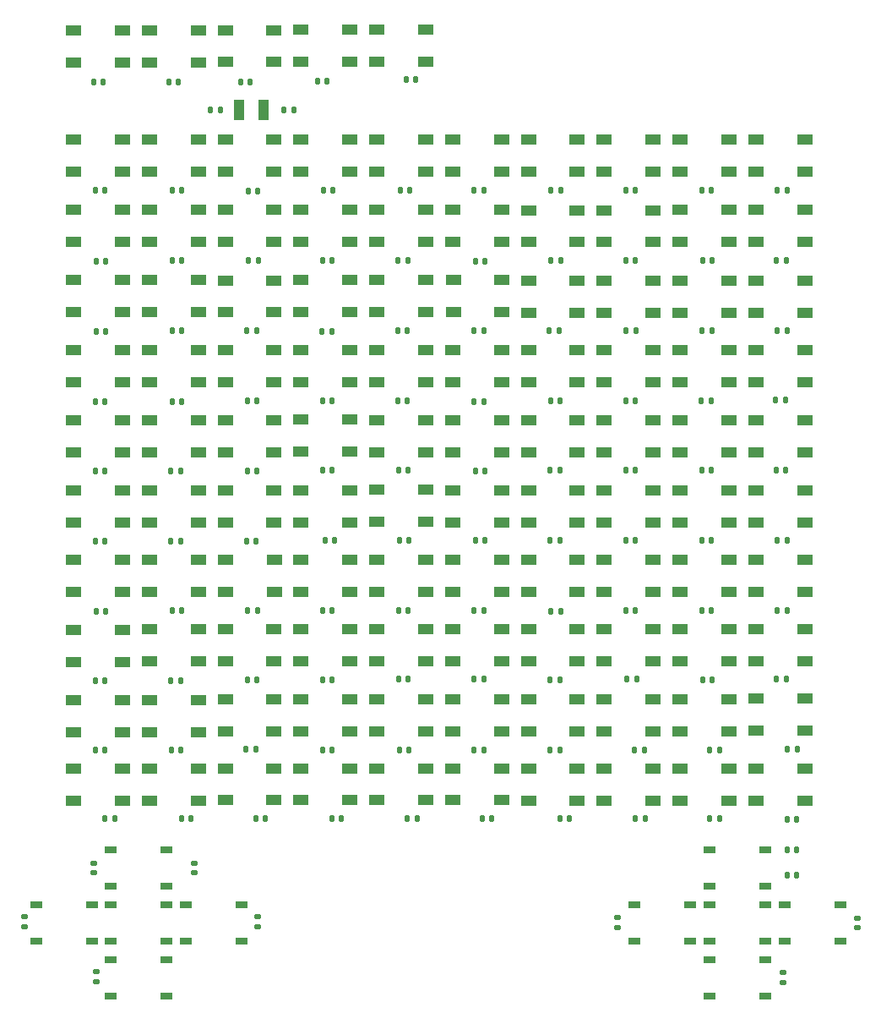
<source format=gtp>
G04 #@! TF.GenerationSoftware,KiCad,Pcbnew,6.0.2+dfsg-1*
G04 #@! TF.CreationDate,2023-02-17T05:59:19+01:00*
G04 #@! TF.ProjectId,LED,4c45442e-6b69-4636-9164-5f7063625858,rev?*
G04 #@! TF.SameCoordinates,Original*
G04 #@! TF.FileFunction,Paste,Top*
G04 #@! TF.FilePolarity,Positive*
%FSLAX46Y46*%
G04 Gerber Fmt 4.6, Leading zero omitted, Abs format (unit mm)*
G04 Created by KiCad (PCBNEW 6.0.2+dfsg-1) date 2023-02-17 05:59:19*
%MOMM*%
%LPD*%
G01*
G04 APERTURE LIST*
G04 Aperture macros list*
%AMRoundRect*
0 Rectangle with rounded corners*
0 $1 Rounding radius*
0 $2 $3 $4 $5 $6 $7 $8 $9 X,Y pos of 4 corners*
0 Add a 4 corners polygon primitive as box body*
4,1,4,$2,$3,$4,$5,$6,$7,$8,$9,$2,$3,0*
0 Add four circle primitives for the rounded corners*
1,1,$1+$1,$2,$3*
1,1,$1+$1,$4,$5*
1,1,$1+$1,$6,$7*
1,1,$1+$1,$8,$9*
0 Add four rect primitives between the rounded corners*
20,1,$1+$1,$2,$3,$4,$5,0*
20,1,$1+$1,$4,$5,$6,$7,0*
20,1,$1+$1,$6,$7,$8,$9,0*
20,1,$1+$1,$8,$9,$2,$3,0*%
G04 Aperture macros list end*
%ADD10RoundRect,0.140000X0.140000X0.170000X-0.140000X0.170000X-0.140000X-0.170000X0.140000X-0.170000X0*%
%ADD11RoundRect,0.140000X-0.170000X0.140000X-0.170000X-0.140000X0.170000X-0.140000X0.170000X0.140000X0*%
%ADD12R,1.500000X1.000000*%
%ADD13R,1.300000X0.700000*%
%ADD14RoundRect,0.135000X-0.135000X-0.185000X0.135000X-0.185000X0.135000X0.185000X-0.135000X0.185000X0*%
%ADD15R,1.000000X2.100000*%
G04 APERTURE END LIST*
D10*
G04 #@! TO.C,C8*
X122530000Y-55640000D03*
X121570000Y-55640000D03*
G04 #@! TD*
D11*
G04 #@! TO.C,C11*
X124075000Y-133880000D03*
X124075000Y-134840000D03*
G04 #@! TD*
G04 #@! TO.C,C12*
X130470000Y-139270000D03*
X130470000Y-140230000D03*
G04 #@! TD*
G04 #@! TO.C,C13*
X166560000Y-139365000D03*
X166560000Y-140325000D03*
G04 #@! TD*
G04 #@! TO.C,C14*
X190565000Y-139370000D03*
X190565000Y-140330000D03*
G04 #@! TD*
G04 #@! TO.C,C17*
X114250000Y-144770000D03*
X114250000Y-145730000D03*
G04 #@! TD*
G04 #@! TO.C,C18*
X183130000Y-144865000D03*
X183130000Y-145825000D03*
G04 #@! TD*
D10*
G04 #@! TO.C,C19*
X184510000Y-135130000D03*
X183550000Y-135130000D03*
G04 #@! TD*
G04 #@! TO.C,C20*
X184510000Y-132550000D03*
X183550000Y-132550000D03*
G04 #@! TD*
D12*
G04 #@! TO.C,D5*
X132100000Y-53676000D03*
X132100000Y-50476000D03*
X127200000Y-50476000D03*
X127200000Y-53676000D03*
G04 #@! TD*
G04 #@! TO.C,D6*
X139700000Y-53626000D03*
X139700000Y-50426000D03*
X134800000Y-50426000D03*
X134800000Y-53626000D03*
G04 #@! TD*
D13*
G04 #@! TO.C,SW2*
X121350000Y-141700000D03*
X115750000Y-141700000D03*
X115750000Y-138050000D03*
X121350000Y-138050000D03*
G04 #@! TD*
G04 #@! TO.C,SW8*
X121350000Y-147200000D03*
X115750000Y-147200000D03*
X115750000Y-143550000D03*
X121350000Y-143550000D03*
G04 #@! TD*
D10*
G04 #@! TO.C,C9*
X129710000Y-55640000D03*
X128750000Y-55640000D03*
G04 #@! TD*
D12*
G04 #@! TO.C,D3*
X116874000Y-53726000D03*
X116874000Y-50526000D03*
X111974000Y-50526000D03*
X111974000Y-53726000D03*
G04 #@! TD*
D10*
G04 #@! TO.C,C10*
X137430000Y-55560000D03*
X136470000Y-55560000D03*
G04 #@! TD*
D12*
G04 #@! TO.C,D4*
X124500000Y-53696000D03*
X124500000Y-50496000D03*
X119600000Y-50496000D03*
X119600000Y-53696000D03*
G04 #@! TD*
D10*
G04 #@! TO.C,C7*
X114990000Y-55640000D03*
X114030000Y-55640000D03*
G04 #@! TD*
D13*
G04 #@! TO.C,SW10*
X175750000Y-141700000D03*
X181350000Y-141700000D03*
X181350000Y-138050000D03*
X175750000Y-138050000D03*
G04 #@! TD*
G04 #@! TO.C,SW4*
X173850000Y-141700000D03*
X168250000Y-141700000D03*
X173850000Y-138050000D03*
X168250000Y-138050000D03*
G04 #@! TD*
D14*
G04 #@! TO.C,R5*
X125710000Y-58450000D03*
X126730000Y-58450000D03*
G04 #@! TD*
G04 #@! TO.C,R13*
X133110000Y-58450000D03*
X134130000Y-58450000D03*
G04 #@! TD*
D13*
G04 #@! TO.C,SW11*
X181350000Y-132550000D03*
X175750000Y-132550000D03*
X175750000Y-136200000D03*
X181350000Y-136200000D03*
G04 #@! TD*
D10*
G04 #@! TO.C,C31*
X115130000Y-66550000D03*
X114170000Y-66550000D03*
G04 #@! TD*
G04 #@! TO.C,C32*
X122830000Y-66530000D03*
X121870000Y-66530000D03*
G04 #@! TD*
G04 #@! TO.C,C33*
X130470000Y-66560000D03*
X129510000Y-66560000D03*
G04 #@! TD*
D12*
G04 #@! TO.C,D14*
X132100000Y-64633000D03*
X132100000Y-61433000D03*
X127200000Y-61433000D03*
X127200000Y-64633000D03*
G04 #@! TD*
D10*
G04 #@! TO.C,C34*
X138030000Y-66530000D03*
X137070000Y-66530000D03*
G04 #@! TD*
D12*
G04 #@! TO.C,D13*
X124500000Y-64650000D03*
X124500000Y-61450000D03*
X119600000Y-61450000D03*
X119600000Y-64650000D03*
G04 #@! TD*
G04 #@! TO.C,D15*
X139700000Y-64633000D03*
X139700000Y-61433000D03*
X134800000Y-61433000D03*
X134800000Y-64633000D03*
G04 #@! TD*
G04 #@! TO.C,D12*
X116907000Y-64633000D03*
X116907000Y-61433000D03*
X112007000Y-61433000D03*
X112007000Y-64633000D03*
G04 #@! TD*
G04 #@! TO.C,D110*
X170100000Y-127630000D03*
X170100000Y-124430000D03*
X165200000Y-124430000D03*
X165200000Y-127630000D03*
G04 #@! TD*
G04 #@! TO.C,D111*
X177700000Y-127630000D03*
X177700000Y-124430000D03*
X172800000Y-124430000D03*
X172800000Y-127630000D03*
G04 #@! TD*
G04 #@! TO.C,D108*
X154900000Y-127590000D03*
X154900000Y-124390000D03*
X150000000Y-124390000D03*
X150000000Y-127590000D03*
G04 #@! TD*
G04 #@! TO.C,D105*
X132100000Y-127590000D03*
X132100000Y-124390000D03*
X127200000Y-124390000D03*
X127200000Y-127590000D03*
G04 #@! TD*
G04 #@! TO.C,D106*
X139700000Y-127590000D03*
X139700000Y-124390000D03*
X134800000Y-124390000D03*
X134800000Y-127590000D03*
G04 #@! TD*
G04 #@! TO.C,D107*
X147300000Y-127590000D03*
X147300000Y-124390000D03*
X142400000Y-124390000D03*
X142400000Y-127590000D03*
G04 #@! TD*
G04 #@! TO.C,D109*
X162500000Y-127610000D03*
X162500000Y-124410000D03*
X157600000Y-124410000D03*
X157600000Y-127610000D03*
G04 #@! TD*
G04 #@! TO.C,D112*
X185300000Y-127630000D03*
X185300000Y-124430000D03*
X180400000Y-124430000D03*
X180400000Y-127630000D03*
G04 #@! TD*
D10*
G04 #@! TO.C,C21*
X183530000Y-66510000D03*
X182570000Y-66510000D03*
G04 #@! TD*
G04 #@! TO.C,C15*
X168330000Y-66550000D03*
X167370000Y-66550000D03*
G04 #@! TD*
G04 #@! TO.C,C6*
X160830000Y-66550000D03*
X159870000Y-66550000D03*
G04 #@! TD*
G04 #@! TO.C,C42*
X168330000Y-73550000D03*
X167370000Y-73550000D03*
G04 #@! TD*
G04 #@! TO.C,C35*
X115250000Y-73630000D03*
X114290000Y-73630000D03*
G04 #@! TD*
G04 #@! TO.C,C44*
X183430000Y-73550000D03*
X182470000Y-73550000D03*
G04 #@! TD*
G04 #@! TO.C,C37*
X130530000Y-73550000D03*
X129570000Y-73550000D03*
G04 #@! TD*
G04 #@! TO.C,C39*
X145510000Y-73550000D03*
X144550000Y-73550000D03*
G04 #@! TD*
G04 #@! TO.C,C40*
X153230000Y-73580000D03*
X152270000Y-73580000D03*
G04 #@! TD*
G04 #@! TO.C,C50*
X153110000Y-80550000D03*
X152150000Y-80550000D03*
G04 #@! TD*
G04 #@! TO.C,C41*
X160830000Y-73550000D03*
X159870000Y-73550000D03*
G04 #@! TD*
G04 #@! TO.C,C49*
X145480000Y-80550000D03*
X144520000Y-80550000D03*
G04 #@! TD*
G04 #@! TO.C,C3*
X153130000Y-66550000D03*
X152170000Y-66550000D03*
G04 #@! TD*
G04 #@! TO.C,C36*
X122830000Y-73530000D03*
X121870000Y-73530000D03*
G04 #@! TD*
G04 #@! TO.C,C38*
X137930000Y-73550000D03*
X136970000Y-73550000D03*
G04 #@! TD*
G04 #@! TO.C,C46*
X122830000Y-80550000D03*
X121870000Y-80550000D03*
G04 #@! TD*
G04 #@! TO.C,C47*
X130340000Y-80590000D03*
X129380000Y-80590000D03*
G04 #@! TD*
G04 #@! TO.C,C48*
X137880000Y-80630000D03*
X136920000Y-80630000D03*
G04 #@! TD*
G04 #@! TO.C,C2*
X145730000Y-66470000D03*
X144770000Y-66470000D03*
G04 #@! TD*
G04 #@! TO.C,C16*
X175930000Y-66540000D03*
X174970000Y-66540000D03*
G04 #@! TD*
G04 #@! TO.C,C45*
X115250000Y-80610000D03*
X114290000Y-80610000D03*
G04 #@! TD*
G04 #@! TO.C,C43*
X176030000Y-73550000D03*
X175070000Y-73550000D03*
G04 #@! TD*
G04 #@! TO.C,C76*
X122730000Y-101650000D03*
X121770000Y-101650000D03*
G04 #@! TD*
G04 #@! TO.C,C70*
X153230000Y-94580000D03*
X152270000Y-94580000D03*
G04 #@! TD*
G04 #@! TO.C,C67*
X130410000Y-94590000D03*
X129450000Y-94590000D03*
G04 #@! TD*
G04 #@! TO.C,C69*
X145530000Y-94550000D03*
X144570000Y-94550000D03*
G04 #@! TD*
G04 #@! TO.C,C79*
X145630000Y-101590000D03*
X144670000Y-101590000D03*
G04 #@! TD*
G04 #@! TO.C,C84*
X183530000Y-101550000D03*
X182570000Y-101550000D03*
G04 #@! TD*
G04 #@! TO.C,C81*
X160730000Y-101550000D03*
X159770000Y-101550000D03*
G04 #@! TD*
G04 #@! TO.C,C83*
X175930000Y-101550000D03*
X174970000Y-101550000D03*
G04 #@! TD*
G04 #@! TO.C,C86*
X122850000Y-108600000D03*
X121890000Y-108600000D03*
G04 #@! TD*
G04 #@! TO.C,C72*
X168330000Y-94550000D03*
X167370000Y-94550000D03*
G04 #@! TD*
G04 #@! TO.C,C68*
X137930000Y-94550000D03*
X136970000Y-94550000D03*
G04 #@! TD*
G04 #@! TO.C,C80*
X153230000Y-101580000D03*
X152270000Y-101580000D03*
G04 #@! TD*
G04 #@! TO.C,C62*
X168330000Y-87550000D03*
X167370000Y-87550000D03*
G04 #@! TD*
G04 #@! TO.C,C61*
X160810000Y-87550000D03*
X159850000Y-87550000D03*
G04 #@! TD*
G04 #@! TO.C,C51*
X160670000Y-80580000D03*
X159710000Y-80580000D03*
G04 #@! TD*
G04 #@! TO.C,C52*
X168360000Y-80570000D03*
X167400000Y-80570000D03*
G04 #@! TD*
G04 #@! TO.C,C53*
X175980000Y-80550000D03*
X175020000Y-80550000D03*
G04 #@! TD*
G04 #@! TO.C,C54*
X183530000Y-80550000D03*
X182570000Y-80550000D03*
G04 #@! TD*
G04 #@! TO.C,C66*
X122730000Y-94650000D03*
X121770000Y-94650000D03*
G04 #@! TD*
G04 #@! TO.C,C78*
X138160000Y-101570000D03*
X137200000Y-101570000D03*
G04 #@! TD*
G04 #@! TO.C,C73*
X175930000Y-94550000D03*
X174970000Y-94550000D03*
G04 #@! TD*
G04 #@! TO.C,C74*
X183410000Y-94550000D03*
X182450000Y-94550000D03*
G04 #@! TD*
G04 #@! TO.C,C85*
X115230000Y-108650000D03*
X114270000Y-108650000D03*
G04 #@! TD*
G04 #@! TO.C,C75*
X115150000Y-101650000D03*
X114190000Y-101650000D03*
G04 #@! TD*
G04 #@! TO.C,C77*
X130330000Y-101650000D03*
X129370000Y-101650000D03*
G04 #@! TD*
G04 #@! TO.C,C55*
X115130000Y-87650000D03*
X114170000Y-87650000D03*
G04 #@! TD*
G04 #@! TO.C,C56*
X122830000Y-87640000D03*
X121870000Y-87640000D03*
G04 #@! TD*
G04 #@! TO.C,C58*
X137930000Y-87550000D03*
X136970000Y-87550000D03*
G04 #@! TD*
G04 #@! TO.C,C59*
X145450000Y-87550000D03*
X144490000Y-87550000D03*
G04 #@! TD*
G04 #@! TO.C,C63*
X175910000Y-87550000D03*
X174950000Y-87550000D03*
G04 #@! TD*
G04 #@! TO.C,C57*
X130410000Y-87600000D03*
X129450000Y-87600000D03*
G04 #@! TD*
G04 #@! TO.C,C60*
X153130000Y-87650000D03*
X152170000Y-87650000D03*
G04 #@! TD*
G04 #@! TO.C,C64*
X183350000Y-87540000D03*
X182390000Y-87540000D03*
G04 #@! TD*
G04 #@! TO.C,C65*
X115130000Y-94650000D03*
X114170000Y-94650000D03*
G04 #@! TD*
G04 #@! TO.C,C71*
X160730000Y-94550000D03*
X159770000Y-94550000D03*
G04 #@! TD*
G04 #@! TO.C,C82*
X168330000Y-101550000D03*
X167370000Y-101550000D03*
G04 #@! TD*
G04 #@! TO.C,C88*
X137930000Y-108550000D03*
X136970000Y-108550000D03*
G04 #@! TD*
G04 #@! TO.C,C95*
X115130000Y-115620000D03*
X114170000Y-115620000D03*
G04 #@! TD*
G04 #@! TO.C,C103*
X176030000Y-115500000D03*
X175070000Y-115500000D03*
G04 #@! TD*
G04 #@! TO.C,C97*
X130410000Y-115530000D03*
X129450000Y-115530000D03*
G04 #@! TD*
G04 #@! TO.C,C100*
X153130000Y-115450000D03*
X152170000Y-115450000D03*
G04 #@! TD*
G04 #@! TO.C,C104*
X183430000Y-115450000D03*
X182470000Y-115450000D03*
G04 #@! TD*
G04 #@! TO.C,C92*
X168330000Y-108550000D03*
X167370000Y-108550000D03*
G04 #@! TD*
G04 #@! TO.C,C96*
X122730000Y-115600000D03*
X121770000Y-115600000D03*
G04 #@! TD*
G04 #@! TO.C,C101*
X160730000Y-115530000D03*
X159770000Y-115530000D03*
G04 #@! TD*
G04 #@! TO.C,C91*
X160830000Y-108650000D03*
X159870000Y-108650000D03*
G04 #@! TD*
G04 #@! TO.C,C87*
X130430000Y-108620000D03*
X129470000Y-108620000D03*
G04 #@! TD*
G04 #@! TO.C,C93*
X175930000Y-108550000D03*
X174970000Y-108550000D03*
G04 #@! TD*
G04 #@! TO.C,C94*
X183530000Y-108550000D03*
X182570000Y-108550000D03*
G04 #@! TD*
G04 #@! TO.C,C102*
X168450000Y-115450000D03*
X167490000Y-115450000D03*
G04 #@! TD*
G04 #@! TO.C,C89*
X145530000Y-108550000D03*
X144570000Y-108550000D03*
G04 #@! TD*
G04 #@! TO.C,C90*
X153130000Y-108550000D03*
X152170000Y-108550000D03*
G04 #@! TD*
G04 #@! TO.C,C98*
X137950000Y-115490000D03*
X136990000Y-115490000D03*
G04 #@! TD*
G04 #@! TO.C,C99*
X145550000Y-115450000D03*
X144590000Y-115450000D03*
G04 #@! TD*
G04 #@! TO.C,C113*
X176730000Y-122530000D03*
X175770000Y-122530000D03*
G04 #@! TD*
G04 #@! TO.C,C112*
X169210000Y-122530000D03*
X168250000Y-122530000D03*
G04 #@! TD*
G04 #@! TO.C,C115*
X116130000Y-129450000D03*
X115170000Y-129450000D03*
G04 #@! TD*
G04 #@! TO.C,C108*
X137930000Y-122550000D03*
X136970000Y-122550000D03*
G04 #@! TD*
G04 #@! TO.C,C111*
X160730000Y-122520000D03*
X159770000Y-122520000D03*
G04 #@! TD*
G04 #@! TO.C,C116*
X123810000Y-129450000D03*
X122850000Y-129450000D03*
G04 #@! TD*
G04 #@! TO.C,C117*
X131230000Y-129400000D03*
X130270000Y-129400000D03*
G04 #@! TD*
G04 #@! TO.C,C105*
X115130000Y-122550000D03*
X114170000Y-122550000D03*
G04 #@! TD*
G04 #@! TO.C,C106*
X122750000Y-122580000D03*
X121790000Y-122580000D03*
G04 #@! TD*
G04 #@! TO.C,C110*
X153110000Y-122520000D03*
X152150000Y-122520000D03*
G04 #@! TD*
G04 #@! TO.C,C118*
X138830000Y-129400000D03*
X137870000Y-129400000D03*
G04 #@! TD*
G04 #@! TO.C,C114*
X184530000Y-122450000D03*
X183570000Y-122450000D03*
G04 #@! TD*
G04 #@! TO.C,C119*
X146430000Y-129430000D03*
X145470000Y-129430000D03*
G04 #@! TD*
G04 #@! TO.C,C122*
X169300000Y-129440000D03*
X168340000Y-129440000D03*
G04 #@! TD*
G04 #@! TO.C,C107*
X130250000Y-122490000D03*
X129290000Y-122490000D03*
G04 #@! TD*
G04 #@! TO.C,C120*
X153930000Y-129450000D03*
X152970000Y-129450000D03*
G04 #@! TD*
G04 #@! TO.C,C121*
X161730000Y-129450000D03*
X160770000Y-129450000D03*
G04 #@! TD*
G04 #@! TO.C,C109*
X145630000Y-122550000D03*
X144670000Y-122550000D03*
G04 #@! TD*
D12*
G04 #@! TO.C,D26*
X147300000Y-71650000D03*
X147300000Y-68450000D03*
X142400000Y-68450000D03*
X142400000Y-71650000D03*
G04 #@! TD*
G04 #@! TO.C,D18*
X162500000Y-64650000D03*
X162500000Y-61450000D03*
X157600000Y-61450000D03*
X157600000Y-64650000D03*
G04 #@! TD*
G04 #@! TO.C,D21*
X185300000Y-64640000D03*
X185300000Y-61440000D03*
X180400000Y-61440000D03*
X180400000Y-64640000D03*
G04 #@! TD*
G04 #@! TO.C,D28*
X162500000Y-71700000D03*
X162500000Y-68500000D03*
X157600000Y-68500000D03*
X157600000Y-71700000D03*
G04 #@! TD*
G04 #@! TO.C,D24*
X132100000Y-71670000D03*
X132100000Y-68470000D03*
X127200000Y-68470000D03*
X127200000Y-71670000D03*
G04 #@! TD*
D10*
G04 #@! TO.C,C123*
X176730000Y-129450000D03*
X175770000Y-129450000D03*
G04 #@! TD*
G04 #@! TO.C,C124*
X184510000Y-129470000D03*
X183550000Y-129470000D03*
G04 #@! TD*
D12*
G04 #@! TO.C,D16*
X147300000Y-64650000D03*
X147300000Y-61450000D03*
X142400000Y-61450000D03*
X142400000Y-64650000D03*
G04 #@! TD*
G04 #@! TO.C,D23*
X124500000Y-71670000D03*
X124500000Y-68470000D03*
X119600000Y-68470000D03*
X119600000Y-71670000D03*
G04 #@! TD*
G04 #@! TO.C,D20*
X177700000Y-64640000D03*
X177700000Y-61440000D03*
X172800000Y-61440000D03*
X172800000Y-64640000D03*
G04 #@! TD*
G04 #@! TO.C,D25*
X139700000Y-71670000D03*
X139700000Y-68470000D03*
X134800000Y-68470000D03*
X134800000Y-71670000D03*
G04 #@! TD*
G04 #@! TO.C,D29*
X170100000Y-71710000D03*
X170100000Y-68510000D03*
X165200000Y-68510000D03*
X165200000Y-71710000D03*
G04 #@! TD*
G04 #@! TO.C,D27*
X154900000Y-71690000D03*
X154900000Y-68490000D03*
X150000000Y-68490000D03*
X150000000Y-71690000D03*
G04 #@! TD*
G04 #@! TO.C,D17*
X154900000Y-64650000D03*
X154900000Y-61450000D03*
X150000000Y-61450000D03*
X150000000Y-64650000D03*
G04 #@! TD*
G04 #@! TO.C,D22*
X116900000Y-71670000D03*
X116900000Y-68470000D03*
X112000000Y-68470000D03*
X112000000Y-71670000D03*
G04 #@! TD*
G04 #@! TO.C,D19*
X170100000Y-64650000D03*
X170100000Y-61450000D03*
X165200000Y-61450000D03*
X165200000Y-64650000D03*
G04 #@! TD*
G04 #@! TO.C,D31*
X185300000Y-71650000D03*
X185300000Y-68450000D03*
X180400000Y-68450000D03*
X180400000Y-71650000D03*
G04 #@! TD*
G04 #@! TO.C,D30*
X177700000Y-71650000D03*
X177700000Y-68450000D03*
X172800000Y-68450000D03*
X172800000Y-71650000D03*
G04 #@! TD*
G04 #@! TO.C,D36*
X147300000Y-78720000D03*
X147300000Y-75520000D03*
X142400000Y-75520000D03*
X142400000Y-78720000D03*
G04 #@! TD*
G04 #@! TO.C,D38*
X162500000Y-78750000D03*
X162500000Y-75550000D03*
X157600000Y-75550000D03*
X157600000Y-78750000D03*
G04 #@! TD*
G04 #@! TO.C,D48*
X162500000Y-85750000D03*
X162500000Y-82550000D03*
X157600000Y-82550000D03*
X157600000Y-85750000D03*
G04 #@! TD*
G04 #@! TO.C,D32*
X116900000Y-78710000D03*
X116900000Y-75510000D03*
X112000000Y-75510000D03*
X112000000Y-78710000D03*
G04 #@! TD*
G04 #@! TO.C,D41*
X185300000Y-78750000D03*
X185300000Y-75550000D03*
X180400000Y-75550000D03*
X180400000Y-78750000D03*
G04 #@! TD*
G04 #@! TO.C,D47*
X154900000Y-85750000D03*
X154900000Y-82550000D03*
X150000000Y-82550000D03*
X150000000Y-85750000D03*
G04 #@! TD*
G04 #@! TO.C,D37*
X154960000Y-78700000D03*
X154960000Y-75500000D03*
X150060000Y-75500000D03*
X150060000Y-78700000D03*
G04 #@! TD*
G04 #@! TO.C,D46*
X147300000Y-85750000D03*
X147300000Y-82550000D03*
X142400000Y-82550000D03*
X142400000Y-85750000D03*
G04 #@! TD*
G04 #@! TO.C,D40*
X177700000Y-78750000D03*
X177700000Y-75550000D03*
X172800000Y-75550000D03*
X172800000Y-78750000D03*
G04 #@! TD*
G04 #@! TO.C,D34*
X132100000Y-78730000D03*
X132100000Y-75530000D03*
X127200000Y-75530000D03*
X127200000Y-78730000D03*
G04 #@! TD*
G04 #@! TO.C,D33*
X124500000Y-78720000D03*
X124500000Y-75520000D03*
X119600000Y-75520000D03*
X119600000Y-78720000D03*
G04 #@! TD*
G04 #@! TO.C,D43*
X124500000Y-85740000D03*
X124500000Y-82540000D03*
X119600000Y-82540000D03*
X119600000Y-85740000D03*
G04 #@! TD*
G04 #@! TO.C,D49*
X170100000Y-85750000D03*
X170100000Y-82550000D03*
X165200000Y-82550000D03*
X165200000Y-85750000D03*
G04 #@! TD*
G04 #@! TO.C,D35*
X139700000Y-78720000D03*
X139700000Y-75520000D03*
X134800000Y-75520000D03*
X134800000Y-78720000D03*
G04 #@! TD*
G04 #@! TO.C,D39*
X170100000Y-78750000D03*
X170100000Y-75550000D03*
X165200000Y-75550000D03*
X165200000Y-78750000D03*
G04 #@! TD*
G04 #@! TO.C,D42*
X116900000Y-85740000D03*
X116900000Y-82540000D03*
X112000000Y-82540000D03*
X112000000Y-85740000D03*
G04 #@! TD*
G04 #@! TO.C,D44*
X132100000Y-85750000D03*
X132100000Y-82550000D03*
X127200000Y-82550000D03*
X127200000Y-85750000D03*
G04 #@! TD*
G04 #@! TO.C,D45*
X139700000Y-85750000D03*
X139700000Y-82550000D03*
X134800000Y-82550000D03*
X134800000Y-85750000D03*
G04 #@! TD*
G04 #@! TO.C,D79*
X170100000Y-106750000D03*
X170100000Y-103550000D03*
X165200000Y-103550000D03*
X165200000Y-106750000D03*
G04 #@! TD*
G04 #@! TO.C,D69*
X170100000Y-99750000D03*
X170100000Y-96550000D03*
X165200000Y-96550000D03*
X165200000Y-99750000D03*
G04 #@! TD*
G04 #@! TO.C,D73*
X124500000Y-106730000D03*
X124500000Y-103530000D03*
X119600000Y-103530000D03*
X119600000Y-106730000D03*
G04 #@! TD*
G04 #@! TO.C,D81*
X185300000Y-106750000D03*
X185300000Y-103550000D03*
X180400000Y-103550000D03*
X180400000Y-106750000D03*
G04 #@! TD*
G04 #@! TO.C,D85*
X139700000Y-113640000D03*
X139700000Y-110440000D03*
X134800000Y-110440000D03*
X134800000Y-113640000D03*
G04 #@! TD*
G04 #@! TO.C,D82*
X116900000Y-113720000D03*
X116900000Y-110520000D03*
X112000000Y-110520000D03*
X112000000Y-113720000D03*
G04 #@! TD*
G04 #@! TO.C,D68*
X162500000Y-99750000D03*
X162500000Y-96550000D03*
X157600000Y-96550000D03*
X157600000Y-99750000D03*
G04 #@! TD*
G04 #@! TO.C,D70*
X177700000Y-99750000D03*
X177700000Y-96550000D03*
X172800000Y-96550000D03*
X172800000Y-99750000D03*
G04 #@! TD*
G04 #@! TO.C,D83*
X124500000Y-113680000D03*
X124500000Y-110480000D03*
X119600000Y-110480000D03*
X119600000Y-113680000D03*
G04 #@! TD*
G04 #@! TO.C,D77*
X154900000Y-106750000D03*
X154900000Y-103550000D03*
X150000000Y-103550000D03*
X150000000Y-106750000D03*
G04 #@! TD*
G04 #@! TO.C,D80*
X177700000Y-106750000D03*
X177700000Y-103550000D03*
X172800000Y-103550000D03*
X172800000Y-106750000D03*
G04 #@! TD*
G04 #@! TO.C,D71*
X185300000Y-99750000D03*
X185300000Y-96550000D03*
X180400000Y-96550000D03*
X180400000Y-99750000D03*
G04 #@! TD*
G04 #@! TO.C,D72*
X116900000Y-106750000D03*
X116900000Y-103550000D03*
X112000000Y-103550000D03*
X112000000Y-106750000D03*
G04 #@! TD*
G04 #@! TO.C,D75*
X139700000Y-106750000D03*
X139700000Y-103550000D03*
X134800000Y-103550000D03*
X134800000Y-106750000D03*
G04 #@! TD*
G04 #@! TO.C,D76*
X147300000Y-106750000D03*
X147300000Y-103550000D03*
X142400000Y-103550000D03*
X142400000Y-106750000D03*
G04 #@! TD*
G04 #@! TO.C,D78*
X162500000Y-106750000D03*
X162500000Y-103550000D03*
X157600000Y-103550000D03*
X157600000Y-106750000D03*
G04 #@! TD*
G04 #@! TO.C,D104*
X124500000Y-127610000D03*
X124500000Y-124410000D03*
X119600000Y-124410000D03*
X119600000Y-127610000D03*
G04 #@! TD*
G04 #@! TO.C,D103*
X116900000Y-127620000D03*
X116900000Y-124420000D03*
X112000000Y-124420000D03*
X112000000Y-127620000D03*
G04 #@! TD*
G04 #@! TO.C,D91*
X185300000Y-113670000D03*
X185300000Y-110470000D03*
X180400000Y-110470000D03*
X180400000Y-113670000D03*
G04 #@! TD*
G04 #@! TO.C,D100*
X170100000Y-120660000D03*
X170100000Y-117460000D03*
X165200000Y-117460000D03*
X165200000Y-120660000D03*
G04 #@! TD*
G04 #@! TO.C,D95*
X132100000Y-120680000D03*
X132100000Y-117480000D03*
X127200000Y-117480000D03*
X127200000Y-120680000D03*
G04 #@! TD*
G04 #@! TO.C,D90*
X177700000Y-113650000D03*
X177700000Y-110450000D03*
X172800000Y-110450000D03*
X172800000Y-113650000D03*
G04 #@! TD*
G04 #@! TO.C,D86*
X147300000Y-113640000D03*
X147300000Y-110440000D03*
X142400000Y-110440000D03*
X142400000Y-113640000D03*
G04 #@! TD*
G04 #@! TO.C,D98*
X154900000Y-120670000D03*
X154900000Y-117470000D03*
X150000000Y-117470000D03*
X150000000Y-120670000D03*
G04 #@! TD*
G04 #@! TO.C,D101*
X177700000Y-120660000D03*
X177700000Y-117460000D03*
X172800000Y-117460000D03*
X172800000Y-120660000D03*
G04 #@! TD*
G04 #@! TO.C,D96*
X139700000Y-120690000D03*
X139700000Y-117490000D03*
X134800000Y-117490000D03*
X134800000Y-120690000D03*
G04 #@! TD*
G04 #@! TO.C,D87*
X154900000Y-113630000D03*
X154900000Y-110430000D03*
X150000000Y-110430000D03*
X150000000Y-113630000D03*
G04 #@! TD*
G04 #@! TO.C,D94*
X124500000Y-120750000D03*
X124500000Y-117550000D03*
X119600000Y-117550000D03*
X119600000Y-120750000D03*
G04 #@! TD*
G04 #@! TO.C,D88*
X162500000Y-113640000D03*
X162500000Y-110440000D03*
X157600000Y-110440000D03*
X157600000Y-113640000D03*
G04 #@! TD*
G04 #@! TO.C,D99*
X162500000Y-120680000D03*
X162500000Y-117480000D03*
X157600000Y-117480000D03*
X157600000Y-120680000D03*
G04 #@! TD*
G04 #@! TO.C,D93*
X116900000Y-120750000D03*
X116900000Y-117550000D03*
X112000000Y-117550000D03*
X112000000Y-120750000D03*
G04 #@! TD*
G04 #@! TO.C,D89*
X170100000Y-113650000D03*
X170100000Y-110450000D03*
X165200000Y-110450000D03*
X165200000Y-113650000D03*
G04 #@! TD*
G04 #@! TO.C,D97*
X147300000Y-120680000D03*
X147300000Y-117480000D03*
X142400000Y-117480000D03*
X142400000Y-120680000D03*
G04 #@! TD*
G04 #@! TO.C,D102*
X185300000Y-120610000D03*
X185300000Y-117410000D03*
X180400000Y-117410000D03*
X180400000Y-120610000D03*
G04 #@! TD*
G04 #@! TO.C,D57*
X154900000Y-92750000D03*
X154900000Y-89550000D03*
X150000000Y-89550000D03*
X150000000Y-92750000D03*
G04 #@! TD*
G04 #@! TO.C,D58*
X162500000Y-92750000D03*
X162500000Y-89550000D03*
X157600000Y-89550000D03*
X157600000Y-92750000D03*
G04 #@! TD*
G04 #@! TO.C,D62*
X116900000Y-99750000D03*
X116900000Y-96550000D03*
X112000000Y-96550000D03*
X112000000Y-99750000D03*
G04 #@! TD*
G04 #@! TO.C,D63*
X124500000Y-99750000D03*
X124500000Y-96550000D03*
X119600000Y-96550000D03*
X119600000Y-99750000D03*
G04 #@! TD*
G04 #@! TO.C,D65*
X139700000Y-99750000D03*
X139700000Y-96550000D03*
X134800000Y-96550000D03*
X134800000Y-99750000D03*
G04 #@! TD*
G04 #@! TO.C,D50*
X177700000Y-85750000D03*
X177700000Y-82550000D03*
X172800000Y-82550000D03*
X172800000Y-85750000D03*
G04 #@! TD*
G04 #@! TO.C,D51*
X185300000Y-85750000D03*
X185300000Y-82550000D03*
X180400000Y-82550000D03*
X180400000Y-85750000D03*
G04 #@! TD*
G04 #@! TO.C,D66*
X147300000Y-99720000D03*
X147300000Y-96520000D03*
X142400000Y-96520000D03*
X142400000Y-99720000D03*
G04 #@! TD*
G04 #@! TO.C,D55*
X139700000Y-92690000D03*
X139700000Y-89490000D03*
X134800000Y-89490000D03*
X134800000Y-92690000D03*
G04 #@! TD*
G04 #@! TO.C,D56*
X147300000Y-92750000D03*
X147300000Y-89550000D03*
X142400000Y-89550000D03*
X142400000Y-92750000D03*
G04 #@! TD*
G04 #@! TO.C,D59*
X170100000Y-92750000D03*
X170100000Y-89550000D03*
X165200000Y-89550000D03*
X165200000Y-92750000D03*
G04 #@! TD*
G04 #@! TO.C,D64*
X132100000Y-99750000D03*
X132100000Y-96550000D03*
X127200000Y-96550000D03*
X127200000Y-99750000D03*
G04 #@! TD*
G04 #@! TO.C,D53*
X124500000Y-92720000D03*
X124500000Y-89520000D03*
X119600000Y-89520000D03*
X119600000Y-92720000D03*
G04 #@! TD*
G04 #@! TO.C,D67*
X154900000Y-99750000D03*
X154900000Y-96550000D03*
X150000000Y-96550000D03*
X150000000Y-99750000D03*
G04 #@! TD*
G04 #@! TO.C,D61*
X185300000Y-92750000D03*
X185300000Y-89550000D03*
X180400000Y-89550000D03*
X180400000Y-92750000D03*
G04 #@! TD*
G04 #@! TO.C,D60*
X177700000Y-92750000D03*
X177700000Y-89550000D03*
X172800000Y-89550000D03*
X172800000Y-92750000D03*
G04 #@! TD*
G04 #@! TO.C,D52*
X116900000Y-92720000D03*
X116900000Y-89520000D03*
X112000000Y-89520000D03*
X112000000Y-92720000D03*
G04 #@! TD*
G04 #@! TO.C,D54*
X132100000Y-92720000D03*
X132100000Y-89520000D03*
X127200000Y-89520000D03*
X127200000Y-92720000D03*
G04 #@! TD*
D10*
G04 #@! TO.C,C125*
X146310000Y-55450000D03*
X145350000Y-55450000D03*
G04 #@! TD*
D12*
G04 #@! TO.C,D113*
X147300000Y-53650000D03*
X147300000Y-50450000D03*
X142400000Y-50450000D03*
X142400000Y-53650000D03*
G04 #@! TD*
D13*
G04 #@! TO.C,SW3*
X128850000Y-141700000D03*
X123250000Y-141700000D03*
X123250000Y-138050000D03*
X128850000Y-138050000D03*
G04 #@! TD*
D12*
G04 #@! TO.C,D74*
X132120000Y-106750000D03*
X132120000Y-103550000D03*
X127220000Y-103550000D03*
X127220000Y-106750000D03*
G04 #@! TD*
G04 #@! TO.C,D84*
X132100000Y-113640000D03*
X132100000Y-110440000D03*
X127200000Y-110440000D03*
X127200000Y-113640000D03*
G04 #@! TD*
D15*
G04 #@! TO.C,Q3*
X128570000Y-58450000D03*
X131070000Y-58450000D03*
G04 #@! TD*
D13*
G04 #@! TO.C,SW9*
X181350000Y-147200000D03*
X175750000Y-147200000D03*
X181350000Y-143550000D03*
X175750000Y-143550000D03*
G04 #@! TD*
G04 #@! TO.C,SW5*
X183250000Y-141700000D03*
X188850000Y-141700000D03*
X188850000Y-138050000D03*
X183250000Y-138050000D03*
G04 #@! TD*
D11*
G04 #@! TO.C,C126*
X107050000Y-139270000D03*
X107050000Y-140230000D03*
G04 #@! TD*
D13*
G04 #@! TO.C,SW7*
X113850000Y-141700000D03*
X108250000Y-141700000D03*
X113850000Y-138050000D03*
X108250000Y-138050000D03*
G04 #@! TD*
G04 #@! TO.C,SW12*
X121350000Y-136200000D03*
X115750000Y-136200000D03*
X115750000Y-132550000D03*
X121350000Y-132550000D03*
G04 #@! TD*
D11*
G04 #@! TO.C,C30*
X114070000Y-133875000D03*
X114070000Y-134835000D03*
G04 #@! TD*
M02*

</source>
